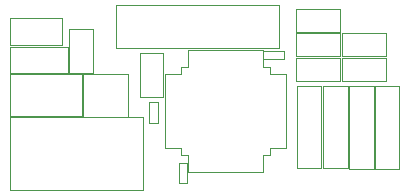
<source format=gbr>
%TF.GenerationSoftware,KiCad,Pcbnew,(5.1.8)-1*%
%TF.CreationDate,2020-12-26T00:02:07-07:00*%
%TF.ProjectId,Axle-Tx-PCB(STM32)v2,41786c65-2d54-4782-9d50-43422853544d,rev?*%
%TF.SameCoordinates,Original*%
%TF.FileFunction,Other,User*%
%FSLAX46Y46*%
G04 Gerber Fmt 4.6, Leading zero omitted, Abs format (unit mm)*
G04 Created by KiCad (PCBNEW (5.1.8)-1) date 2020-12-26 00:02:07*
%MOMM*%
%LPD*%
G01*
G04 APERTURE LIST*
%ADD10C,0.050000*%
G04 APERTURE END LIST*
D10*
%TO.C,SG4*%
X34967200Y6365200D02*
X37067200Y6365200D01*
X37067200Y6365200D02*
X37067200Y13345200D01*
X37067200Y13345200D02*
X34967200Y13345200D01*
X34967200Y13345200D02*
X34967200Y6365200D01*
%TO.C,STM32*%
X22352000Y16376800D02*
X19202000Y16376800D01*
X19202000Y16376800D02*
X19202000Y14976800D01*
X19202000Y14976800D02*
X18602000Y14976800D01*
X18602000Y14976800D02*
X18602000Y14376800D01*
X18602000Y14376800D02*
X17202000Y14376800D01*
X17202000Y14376800D02*
X17202000Y11226800D01*
X22352000Y16376800D02*
X25502000Y16376800D01*
X25502000Y16376800D02*
X25502000Y14976800D01*
X25502000Y14976800D02*
X26102000Y14976800D01*
X26102000Y14976800D02*
X26102000Y14376800D01*
X26102000Y14376800D02*
X27502000Y14376800D01*
X27502000Y14376800D02*
X27502000Y11226800D01*
X22352000Y6076800D02*
X19202000Y6076800D01*
X19202000Y6076800D02*
X19202000Y7476800D01*
X19202000Y7476800D02*
X18602000Y7476800D01*
X18602000Y7476800D02*
X18602000Y8076800D01*
X18602000Y8076800D02*
X17202000Y8076800D01*
X17202000Y8076800D02*
X17202000Y11226800D01*
X22352000Y6076800D02*
X25502000Y6076800D01*
X25502000Y6076800D02*
X25502000Y7476800D01*
X25502000Y7476800D02*
X26102000Y7476800D01*
X26102000Y7476800D02*
X26102000Y8076800D01*
X26102000Y8076800D02*
X27502000Y8076800D01*
X27502000Y8076800D02*
X27502000Y11226800D01*
%TO.C,3.3Vreg1*%
X10292000Y14347600D02*
X14092000Y14347600D01*
X14092000Y14347600D02*
X14092000Y10747600D01*
X14092000Y10747600D02*
X10292000Y10747600D01*
X10292000Y10747600D02*
X10292000Y14347600D01*
%TO.C,R6*%
X18395200Y5113300D02*
X18395200Y6873300D01*
X19095200Y5113300D02*
X18395200Y5113300D01*
X19095200Y6873300D02*
X19095200Y5113300D01*
X18395200Y6873300D02*
X19095200Y6873300D01*
%TO.C,J2*%
X4118200Y4550000D02*
X15318200Y4550000D01*
X15318200Y4550000D02*
X15318200Y10700000D01*
X15318200Y10700000D02*
X4118200Y10700000D01*
X4118200Y10700000D02*
X4118200Y4550000D01*
%TO.C,J1*%
X13109800Y16615000D02*
X26859800Y16615000D01*
X26859800Y16615000D02*
X26859800Y20215000D01*
X26859800Y20215000D02*
X13109800Y20215000D01*
X13109800Y20215000D02*
X13109800Y16615000D01*
%TO.C,SG3*%
X34882800Y13350280D02*
X32782800Y13350280D01*
X32782800Y13350280D02*
X32782800Y6370280D01*
X32782800Y6370280D02*
X34882800Y6370280D01*
X34882800Y6370280D02*
X34882800Y13350280D01*
%TO.C,R4*%
X27296000Y15652000D02*
X25536000Y15652000D01*
X27296000Y16352000D02*
X27296000Y15652000D01*
X25536000Y16352000D02*
X27296000Y16352000D01*
X25536000Y15652000D02*
X25536000Y16352000D01*
%TO.C,C7*%
X17083600Y12416300D02*
X15123600Y12416300D01*
X15123600Y12416300D02*
X15123600Y16176300D01*
X15123600Y16176300D02*
X17083600Y16176300D01*
X17083600Y16176300D02*
X17083600Y12416300D01*
%TO.C,R5*%
X16606000Y12005200D02*
X16606000Y10245200D01*
X15906000Y12005200D02*
X16606000Y12005200D01*
X15906000Y10245200D02*
X15906000Y12005200D01*
X16606000Y10245200D02*
X15906000Y10245200D01*
%TO.C,F1*%
X4103200Y16690200D02*
X9003200Y16690200D01*
X4103200Y14450200D02*
X4103200Y16690200D01*
X9003200Y14450200D02*
X4103200Y14450200D01*
X9003200Y16690200D02*
X9003200Y14450200D01*
%TO.C,D1*%
X4124600Y19133200D02*
X4124600Y16833200D01*
X8524600Y16833200D02*
X4124600Y16833200D01*
X8524600Y19133200D02*
X8524600Y16833200D01*
X4124600Y19133200D02*
X8524600Y19133200D01*
%TO.C,C5*%
X32168700Y15724700D02*
X35928700Y15724700D01*
X32168700Y13764700D02*
X32168700Y15724700D01*
X35928700Y13764700D02*
X32168700Y13764700D01*
X35928700Y15724700D02*
X35928700Y13764700D01*
%TO.C,C4*%
X32168700Y17820200D02*
X35928700Y17820200D01*
X32168700Y15860200D02*
X32168700Y17820200D01*
X35928700Y15860200D02*
X32168700Y15860200D01*
X35928700Y17820200D02*
X35928700Y15860200D01*
%TO.C,SG2*%
X30588240Y6385520D02*
X32688240Y6385520D01*
X32688240Y6385520D02*
X32688240Y13365520D01*
X32688240Y13365520D02*
X30588240Y13365520D01*
X30588240Y13365520D02*
X30588240Y6385520D01*
%TO.C,SG1*%
X30468280Y13380760D02*
X28368280Y13380760D01*
X28368280Y13380760D02*
X28368280Y6400760D01*
X28368280Y6400760D02*
X30468280Y6400760D01*
X30468280Y6400760D02*
X30468280Y13380760D01*
%TO.C,C6*%
X9129200Y18212200D02*
X11089200Y18212200D01*
X11089200Y18212200D02*
X11089200Y14452200D01*
X11089200Y14452200D02*
X9129200Y14452200D01*
X9129200Y14452200D02*
X9129200Y18212200D01*
%TO.C,C3*%
X28295200Y13764700D02*
X28295200Y15724700D01*
X28295200Y15724700D02*
X32055200Y15724700D01*
X32055200Y15724700D02*
X32055200Y13764700D01*
X32055200Y13764700D02*
X28295200Y13764700D01*
%TO.C,C2*%
X28295200Y15860200D02*
X28295200Y17820200D01*
X28295200Y17820200D02*
X32055200Y17820200D01*
X32055200Y17820200D02*
X32055200Y15860200D01*
X32055200Y15860200D02*
X28295200Y15860200D01*
%TO.C,C1*%
X28295200Y17955700D02*
X28295200Y19915700D01*
X28295200Y19915700D02*
X32055200Y19915700D01*
X32055200Y19915700D02*
X32055200Y17955700D01*
X32055200Y17955700D02*
X28295200Y17955700D01*
%TO.C,BatCon1*%
X10207400Y14347600D02*
X10207400Y10797600D01*
X10207400Y10797600D02*
X4107400Y10797600D01*
X4107400Y10797600D02*
X4107400Y14347600D01*
X4107400Y14347600D02*
X10207400Y14347600D01*
%TD*%
M02*

</source>
